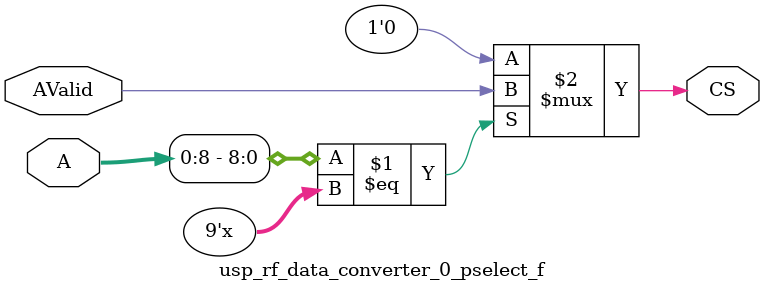
<source format=v>
`timescale 1 ps/1 ps

module usp_rf_data_converter_0_pselect_f ( A, AValid, CS) ;

parameter C_AB  = 9;
parameter C_AW  = 32;
parameter [0:C_AW - 1] C_BAR =  'bz;
parameter C_FAMILY  = "nofamily";
input[0:C_AW-1] A; 
input AValid; 
output CS; 
wire CS;
parameter [0:C_AB-1]BAR = C_BAR[0:C_AB-1];

//----------------------------------------------------------------------------
// Build a behavioral decoder
//----------------------------------------------------------------------------
generate
if (C_AB > 0) begin : XST_WA
assign CS = (A[0:C_AB - 1] == BAR[0:C_AB - 1]) ? AValid : 1'b0 ;
end
endgenerate

generate
if (C_AB == 0) begin : PASS_ON_GEN
assign CS = AValid ;
end
endgenerate
endmodule

</source>
